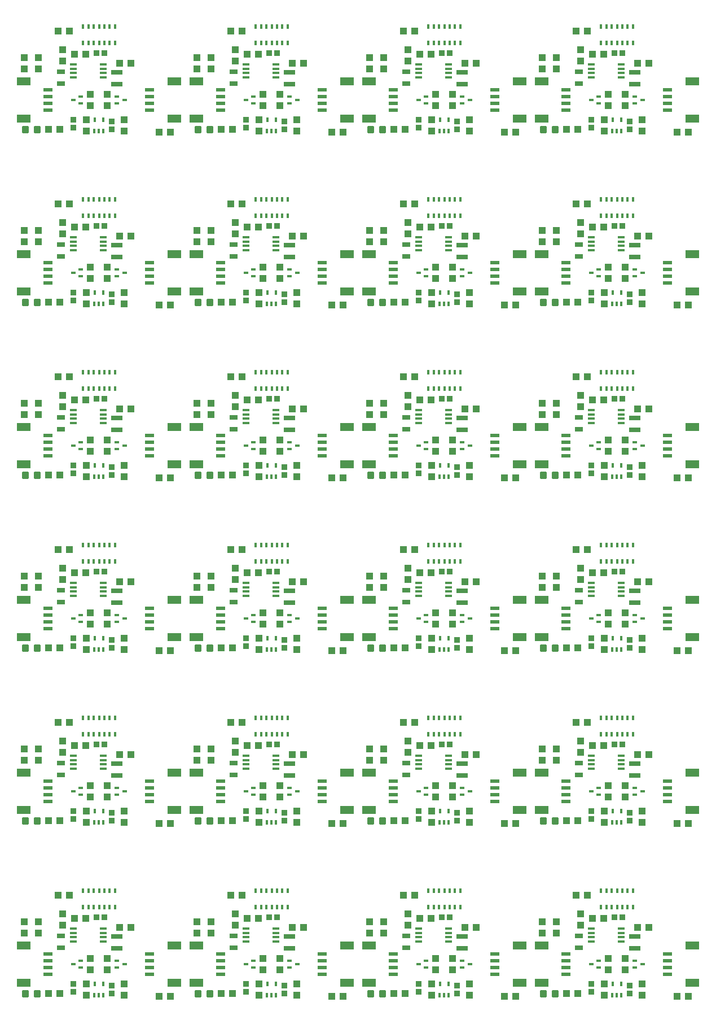
<source format=gtp>
G04 EAGLE Gerber RS-274X export*
G75*
%MOMM*%
%FSLAX34Y34*%
%LPD*%
%INSolderpaste Top*%
%IPPOS*%
%AMOC8*
5,1,8,0,0,1.08239X$1,22.5*%
G01*
%ADD10R,0.900000X0.850000*%
%ADD11R,1.000000X1.100000*%
%ADD12R,0.400000X0.750000*%
%ADD13R,0.330200X0.685800*%
%ADD14R,1.100000X1.000000*%
%ADD15R,2.000000X1.200000*%
%ADD16R,1.350000X0.600000*%
%ADD17C,0.300000*%
%ADD18R,0.650000X0.460000*%
%ADD19R,1.100000X0.400000*%
%ADD20R,1.200000X0.800000*%
%ADD21R,1.800000X0.800000*%
%ADD22R,0.350000X0.750000*%
%ADD23R,0.850000X0.900000*%


D10*
X88900Y96986D03*
X88900Y85386D03*
X146050Y83100D03*
X146050Y94700D03*
D11*
X107950Y97400D03*
X107950Y80400D03*
D12*
X120500Y97150D03*
X133500Y97150D03*
D13*
X120269Y80645D03*
X127000Y80645D03*
X133731Y80645D03*
D14*
X217560Y78740D03*
X234560Y78740D03*
D11*
X165100Y80400D03*
X165100Y97400D03*
D15*
X239950Y99000D03*
X239950Y155000D03*
D16*
X203200Y112000D03*
X203200Y122000D03*
X203200Y132000D03*
X203200Y142000D03*
D15*
X14050Y155000D03*
X14050Y99000D03*
D16*
X50800Y142000D03*
X50800Y132000D03*
X50800Y122000D03*
X50800Y112000D03*
D17*
X20130Y86050D02*
X20130Y79050D01*
X13130Y79050D01*
X13130Y86050D01*
X20130Y86050D01*
X20130Y81900D02*
X13130Y81900D01*
X13130Y84750D02*
X20130Y84750D01*
X37670Y86050D02*
X37670Y79050D01*
X30670Y79050D01*
X30670Y86050D01*
X37670Y86050D01*
X37670Y81900D02*
X30670Y81900D01*
X30670Y84750D02*
X37670Y84750D01*
D14*
X68190Y82550D03*
X51190Y82550D03*
D18*
X99900Y122000D03*
X99900Y132000D03*
X88400Y127000D03*
D11*
X114300Y135500D03*
X114300Y118500D03*
X14478Y173618D03*
X14478Y190618D03*
D18*
X154100Y132000D03*
X154100Y122000D03*
X165600Y127000D03*
D11*
X139700Y118500D03*
X139700Y135500D03*
X36322Y173364D03*
X36322Y190364D03*
D19*
X133498Y160684D03*
X133498Y167184D03*
X133498Y173684D03*
X133498Y180184D03*
X88498Y180184D03*
X88498Y173684D03*
X88498Y167184D03*
X88498Y160684D03*
D11*
X72136Y202302D03*
X72136Y185302D03*
D14*
X107560Y195326D03*
X90560Y195326D03*
X157616Y182118D03*
X174616Y182118D03*
D20*
X69596Y169274D03*
X69596Y151274D03*
D21*
X153924Y168258D03*
X153924Y150258D03*
D22*
X151088Y236715D03*
X143088Y236715D03*
X135088Y236715D03*
X127088Y236715D03*
X119088Y236715D03*
X111088Y236715D03*
X103088Y236715D03*
X103088Y212715D03*
X111088Y212715D03*
X119088Y212715D03*
X127088Y212715D03*
X135088Y212715D03*
X143088Y212715D03*
X151088Y212715D03*
D14*
X82922Y230378D03*
X65922Y230378D03*
D23*
X134832Y197104D03*
X123232Y197104D03*
D10*
X347980Y96986D03*
X347980Y85386D03*
X405130Y83100D03*
X405130Y94700D03*
D11*
X367030Y97400D03*
X367030Y80400D03*
D12*
X379580Y97150D03*
X392580Y97150D03*
D13*
X379349Y80645D03*
X386080Y80645D03*
X392811Y80645D03*
D14*
X476640Y78740D03*
X493640Y78740D03*
D11*
X424180Y80400D03*
X424180Y97400D03*
D15*
X499030Y99000D03*
X499030Y155000D03*
D16*
X462280Y112000D03*
X462280Y122000D03*
X462280Y132000D03*
X462280Y142000D03*
D15*
X273130Y155000D03*
X273130Y99000D03*
D16*
X309880Y142000D03*
X309880Y132000D03*
X309880Y122000D03*
X309880Y112000D03*
D17*
X279210Y86050D02*
X279210Y79050D01*
X272210Y79050D01*
X272210Y86050D01*
X279210Y86050D01*
X279210Y81900D02*
X272210Y81900D01*
X272210Y84750D02*
X279210Y84750D01*
X296750Y86050D02*
X296750Y79050D01*
X289750Y79050D01*
X289750Y86050D01*
X296750Y86050D01*
X296750Y81900D02*
X289750Y81900D01*
X289750Y84750D02*
X296750Y84750D01*
D14*
X327270Y82550D03*
X310270Y82550D03*
D18*
X358980Y122000D03*
X358980Y132000D03*
X347480Y127000D03*
D11*
X373380Y135500D03*
X373380Y118500D03*
X273558Y173618D03*
X273558Y190618D03*
D18*
X413180Y132000D03*
X413180Y122000D03*
X424680Y127000D03*
D11*
X398780Y118500D03*
X398780Y135500D03*
X295402Y173364D03*
X295402Y190364D03*
D19*
X392578Y160684D03*
X392578Y167184D03*
X392578Y173684D03*
X392578Y180184D03*
X347578Y180184D03*
X347578Y173684D03*
X347578Y167184D03*
X347578Y160684D03*
D11*
X331216Y202302D03*
X331216Y185302D03*
D14*
X366640Y195326D03*
X349640Y195326D03*
X416696Y182118D03*
X433696Y182118D03*
D20*
X328676Y169274D03*
X328676Y151274D03*
D21*
X413004Y168258D03*
X413004Y150258D03*
D22*
X410168Y236715D03*
X402168Y236715D03*
X394168Y236715D03*
X386168Y236715D03*
X378168Y236715D03*
X370168Y236715D03*
X362168Y236715D03*
X362168Y212715D03*
X370168Y212715D03*
X378168Y212715D03*
X386168Y212715D03*
X394168Y212715D03*
X402168Y212715D03*
X410168Y212715D03*
D14*
X342002Y230378D03*
X325002Y230378D03*
D23*
X393912Y197104D03*
X382312Y197104D03*
D10*
X607060Y96986D03*
X607060Y85386D03*
X664210Y83100D03*
X664210Y94700D03*
D11*
X626110Y97400D03*
X626110Y80400D03*
D12*
X638660Y97150D03*
X651660Y97150D03*
D13*
X638429Y80645D03*
X645160Y80645D03*
X651891Y80645D03*
D14*
X735720Y78740D03*
X752720Y78740D03*
D11*
X683260Y80400D03*
X683260Y97400D03*
D15*
X758110Y99000D03*
X758110Y155000D03*
D16*
X721360Y112000D03*
X721360Y122000D03*
X721360Y132000D03*
X721360Y142000D03*
D15*
X532210Y155000D03*
X532210Y99000D03*
D16*
X568960Y142000D03*
X568960Y132000D03*
X568960Y122000D03*
X568960Y112000D03*
D17*
X538290Y86050D02*
X538290Y79050D01*
X531290Y79050D01*
X531290Y86050D01*
X538290Y86050D01*
X538290Y81900D02*
X531290Y81900D01*
X531290Y84750D02*
X538290Y84750D01*
X555830Y86050D02*
X555830Y79050D01*
X548830Y79050D01*
X548830Y86050D01*
X555830Y86050D01*
X555830Y81900D02*
X548830Y81900D01*
X548830Y84750D02*
X555830Y84750D01*
D14*
X586350Y82550D03*
X569350Y82550D03*
D18*
X618060Y122000D03*
X618060Y132000D03*
X606560Y127000D03*
D11*
X632460Y135500D03*
X632460Y118500D03*
X532638Y173618D03*
X532638Y190618D03*
D18*
X672260Y132000D03*
X672260Y122000D03*
X683760Y127000D03*
D11*
X657860Y118500D03*
X657860Y135500D03*
X554482Y173364D03*
X554482Y190364D03*
D19*
X651658Y160684D03*
X651658Y167184D03*
X651658Y173684D03*
X651658Y180184D03*
X606658Y180184D03*
X606658Y173684D03*
X606658Y167184D03*
X606658Y160684D03*
D11*
X590296Y202302D03*
X590296Y185302D03*
D14*
X625720Y195326D03*
X608720Y195326D03*
X675776Y182118D03*
X692776Y182118D03*
D20*
X587756Y169274D03*
X587756Y151274D03*
D21*
X672084Y168258D03*
X672084Y150258D03*
D22*
X669248Y236715D03*
X661248Y236715D03*
X653248Y236715D03*
X645248Y236715D03*
X637248Y236715D03*
X629248Y236715D03*
X621248Y236715D03*
X621248Y212715D03*
X629248Y212715D03*
X637248Y212715D03*
X645248Y212715D03*
X653248Y212715D03*
X661248Y212715D03*
X669248Y212715D03*
D14*
X601082Y230378D03*
X584082Y230378D03*
D23*
X652992Y197104D03*
X641392Y197104D03*
D10*
X866140Y96986D03*
X866140Y85386D03*
X923290Y83100D03*
X923290Y94700D03*
D11*
X885190Y97400D03*
X885190Y80400D03*
D12*
X897740Y97150D03*
X910740Y97150D03*
D13*
X897509Y80645D03*
X904240Y80645D03*
X910971Y80645D03*
D14*
X994800Y78740D03*
X1011800Y78740D03*
D11*
X942340Y80400D03*
X942340Y97400D03*
D15*
X1017190Y99000D03*
X1017190Y155000D03*
D16*
X980440Y112000D03*
X980440Y122000D03*
X980440Y132000D03*
X980440Y142000D03*
D15*
X791290Y155000D03*
X791290Y99000D03*
D16*
X828040Y142000D03*
X828040Y132000D03*
X828040Y122000D03*
X828040Y112000D03*
D17*
X797370Y86050D02*
X797370Y79050D01*
X790370Y79050D01*
X790370Y86050D01*
X797370Y86050D01*
X797370Y81900D02*
X790370Y81900D01*
X790370Y84750D02*
X797370Y84750D01*
X814910Y86050D02*
X814910Y79050D01*
X807910Y79050D01*
X807910Y86050D01*
X814910Y86050D01*
X814910Y81900D02*
X807910Y81900D01*
X807910Y84750D02*
X814910Y84750D01*
D14*
X845430Y82550D03*
X828430Y82550D03*
D18*
X877140Y122000D03*
X877140Y132000D03*
X865640Y127000D03*
D11*
X891540Y135500D03*
X891540Y118500D03*
X791718Y173618D03*
X791718Y190618D03*
D18*
X931340Y132000D03*
X931340Y122000D03*
X942840Y127000D03*
D11*
X916940Y118500D03*
X916940Y135500D03*
X813562Y173364D03*
X813562Y190364D03*
D19*
X910738Y160684D03*
X910738Y167184D03*
X910738Y173684D03*
X910738Y180184D03*
X865738Y180184D03*
X865738Y173684D03*
X865738Y167184D03*
X865738Y160684D03*
D11*
X849376Y202302D03*
X849376Y185302D03*
D14*
X884800Y195326D03*
X867800Y195326D03*
X934856Y182118D03*
X951856Y182118D03*
D20*
X846836Y169274D03*
X846836Y151274D03*
D21*
X931164Y168258D03*
X931164Y150258D03*
D22*
X928328Y236715D03*
X920328Y236715D03*
X912328Y236715D03*
X904328Y236715D03*
X896328Y236715D03*
X888328Y236715D03*
X880328Y236715D03*
X880328Y212715D03*
X888328Y212715D03*
X896328Y212715D03*
X904328Y212715D03*
X912328Y212715D03*
X920328Y212715D03*
X928328Y212715D03*
D14*
X860162Y230378D03*
X843162Y230378D03*
D23*
X912072Y197104D03*
X900472Y197104D03*
D10*
X88900Y356066D03*
X88900Y344466D03*
X146050Y342180D03*
X146050Y353780D03*
D11*
X107950Y356480D03*
X107950Y339480D03*
D12*
X120500Y356230D03*
X133500Y356230D03*
D13*
X120269Y339725D03*
X127000Y339725D03*
X133731Y339725D03*
D14*
X217560Y337820D03*
X234560Y337820D03*
D11*
X165100Y339480D03*
X165100Y356480D03*
D15*
X239950Y358080D03*
X239950Y414080D03*
D16*
X203200Y371080D03*
X203200Y381080D03*
X203200Y391080D03*
X203200Y401080D03*
D15*
X14050Y414080D03*
X14050Y358080D03*
D16*
X50800Y401080D03*
X50800Y391080D03*
X50800Y381080D03*
X50800Y371080D03*
D17*
X20130Y345130D02*
X20130Y338130D01*
X13130Y338130D01*
X13130Y345130D01*
X20130Y345130D01*
X20130Y340980D02*
X13130Y340980D01*
X13130Y343830D02*
X20130Y343830D01*
X37670Y345130D02*
X37670Y338130D01*
X30670Y338130D01*
X30670Y345130D01*
X37670Y345130D01*
X37670Y340980D02*
X30670Y340980D01*
X30670Y343830D02*
X37670Y343830D01*
D14*
X68190Y341630D03*
X51190Y341630D03*
D18*
X99900Y381080D03*
X99900Y391080D03*
X88400Y386080D03*
D11*
X114300Y394580D03*
X114300Y377580D03*
X14478Y432698D03*
X14478Y449698D03*
D18*
X154100Y391080D03*
X154100Y381080D03*
X165600Y386080D03*
D11*
X139700Y377580D03*
X139700Y394580D03*
X36322Y432444D03*
X36322Y449444D03*
D19*
X133498Y419764D03*
X133498Y426264D03*
X133498Y432764D03*
X133498Y439264D03*
X88498Y439264D03*
X88498Y432764D03*
X88498Y426264D03*
X88498Y419764D03*
D11*
X72136Y461382D03*
X72136Y444382D03*
D14*
X107560Y454406D03*
X90560Y454406D03*
X157616Y441198D03*
X174616Y441198D03*
D20*
X69596Y428354D03*
X69596Y410354D03*
D21*
X153924Y427338D03*
X153924Y409338D03*
D22*
X151088Y495795D03*
X143088Y495795D03*
X135088Y495795D03*
X127088Y495795D03*
X119088Y495795D03*
X111088Y495795D03*
X103088Y495795D03*
X103088Y471795D03*
X111088Y471795D03*
X119088Y471795D03*
X127088Y471795D03*
X135088Y471795D03*
X143088Y471795D03*
X151088Y471795D03*
D14*
X82922Y489458D03*
X65922Y489458D03*
D23*
X134832Y456184D03*
X123232Y456184D03*
D10*
X347980Y356066D03*
X347980Y344466D03*
X405130Y342180D03*
X405130Y353780D03*
D11*
X367030Y356480D03*
X367030Y339480D03*
D12*
X379580Y356230D03*
X392580Y356230D03*
D13*
X379349Y339725D03*
X386080Y339725D03*
X392811Y339725D03*
D14*
X476640Y337820D03*
X493640Y337820D03*
D11*
X424180Y339480D03*
X424180Y356480D03*
D15*
X499030Y358080D03*
X499030Y414080D03*
D16*
X462280Y371080D03*
X462280Y381080D03*
X462280Y391080D03*
X462280Y401080D03*
D15*
X273130Y414080D03*
X273130Y358080D03*
D16*
X309880Y401080D03*
X309880Y391080D03*
X309880Y381080D03*
X309880Y371080D03*
D17*
X279210Y345130D02*
X279210Y338130D01*
X272210Y338130D01*
X272210Y345130D01*
X279210Y345130D01*
X279210Y340980D02*
X272210Y340980D01*
X272210Y343830D02*
X279210Y343830D01*
X296750Y345130D02*
X296750Y338130D01*
X289750Y338130D01*
X289750Y345130D01*
X296750Y345130D01*
X296750Y340980D02*
X289750Y340980D01*
X289750Y343830D02*
X296750Y343830D01*
D14*
X327270Y341630D03*
X310270Y341630D03*
D18*
X358980Y381080D03*
X358980Y391080D03*
X347480Y386080D03*
D11*
X373380Y394580D03*
X373380Y377580D03*
X273558Y432698D03*
X273558Y449698D03*
D18*
X413180Y391080D03*
X413180Y381080D03*
X424680Y386080D03*
D11*
X398780Y377580D03*
X398780Y394580D03*
X295402Y432444D03*
X295402Y449444D03*
D19*
X392578Y419764D03*
X392578Y426264D03*
X392578Y432764D03*
X392578Y439264D03*
X347578Y439264D03*
X347578Y432764D03*
X347578Y426264D03*
X347578Y419764D03*
D11*
X331216Y461382D03*
X331216Y444382D03*
D14*
X366640Y454406D03*
X349640Y454406D03*
X416696Y441198D03*
X433696Y441198D03*
D20*
X328676Y428354D03*
X328676Y410354D03*
D21*
X413004Y427338D03*
X413004Y409338D03*
D22*
X410168Y495795D03*
X402168Y495795D03*
X394168Y495795D03*
X386168Y495795D03*
X378168Y495795D03*
X370168Y495795D03*
X362168Y495795D03*
X362168Y471795D03*
X370168Y471795D03*
X378168Y471795D03*
X386168Y471795D03*
X394168Y471795D03*
X402168Y471795D03*
X410168Y471795D03*
D14*
X342002Y489458D03*
X325002Y489458D03*
D23*
X393912Y456184D03*
X382312Y456184D03*
D10*
X607060Y356066D03*
X607060Y344466D03*
X664210Y342180D03*
X664210Y353780D03*
D11*
X626110Y356480D03*
X626110Y339480D03*
D12*
X638660Y356230D03*
X651660Y356230D03*
D13*
X638429Y339725D03*
X645160Y339725D03*
X651891Y339725D03*
D14*
X735720Y337820D03*
X752720Y337820D03*
D11*
X683260Y339480D03*
X683260Y356480D03*
D15*
X758110Y358080D03*
X758110Y414080D03*
D16*
X721360Y371080D03*
X721360Y381080D03*
X721360Y391080D03*
X721360Y401080D03*
D15*
X532210Y414080D03*
X532210Y358080D03*
D16*
X568960Y401080D03*
X568960Y391080D03*
X568960Y381080D03*
X568960Y371080D03*
D17*
X538290Y345130D02*
X538290Y338130D01*
X531290Y338130D01*
X531290Y345130D01*
X538290Y345130D01*
X538290Y340980D02*
X531290Y340980D01*
X531290Y343830D02*
X538290Y343830D01*
X555830Y345130D02*
X555830Y338130D01*
X548830Y338130D01*
X548830Y345130D01*
X555830Y345130D01*
X555830Y340980D02*
X548830Y340980D01*
X548830Y343830D02*
X555830Y343830D01*
D14*
X586350Y341630D03*
X569350Y341630D03*
D18*
X618060Y381080D03*
X618060Y391080D03*
X606560Y386080D03*
D11*
X632460Y394580D03*
X632460Y377580D03*
X532638Y432698D03*
X532638Y449698D03*
D18*
X672260Y391080D03*
X672260Y381080D03*
X683760Y386080D03*
D11*
X657860Y377580D03*
X657860Y394580D03*
X554482Y432444D03*
X554482Y449444D03*
D19*
X651658Y419764D03*
X651658Y426264D03*
X651658Y432764D03*
X651658Y439264D03*
X606658Y439264D03*
X606658Y432764D03*
X606658Y426264D03*
X606658Y419764D03*
D11*
X590296Y461382D03*
X590296Y444382D03*
D14*
X625720Y454406D03*
X608720Y454406D03*
X675776Y441198D03*
X692776Y441198D03*
D20*
X587756Y428354D03*
X587756Y410354D03*
D21*
X672084Y427338D03*
X672084Y409338D03*
D22*
X669248Y495795D03*
X661248Y495795D03*
X653248Y495795D03*
X645248Y495795D03*
X637248Y495795D03*
X629248Y495795D03*
X621248Y495795D03*
X621248Y471795D03*
X629248Y471795D03*
X637248Y471795D03*
X645248Y471795D03*
X653248Y471795D03*
X661248Y471795D03*
X669248Y471795D03*
D14*
X601082Y489458D03*
X584082Y489458D03*
D23*
X652992Y456184D03*
X641392Y456184D03*
D10*
X866140Y356066D03*
X866140Y344466D03*
X923290Y342180D03*
X923290Y353780D03*
D11*
X885190Y356480D03*
X885190Y339480D03*
D12*
X897740Y356230D03*
X910740Y356230D03*
D13*
X897509Y339725D03*
X904240Y339725D03*
X910971Y339725D03*
D14*
X994800Y337820D03*
X1011800Y337820D03*
D11*
X942340Y339480D03*
X942340Y356480D03*
D15*
X1017190Y358080D03*
X1017190Y414080D03*
D16*
X980440Y371080D03*
X980440Y381080D03*
X980440Y391080D03*
X980440Y401080D03*
D15*
X791290Y414080D03*
X791290Y358080D03*
D16*
X828040Y401080D03*
X828040Y391080D03*
X828040Y381080D03*
X828040Y371080D03*
D17*
X797370Y345130D02*
X797370Y338130D01*
X790370Y338130D01*
X790370Y345130D01*
X797370Y345130D01*
X797370Y340980D02*
X790370Y340980D01*
X790370Y343830D02*
X797370Y343830D01*
X814910Y345130D02*
X814910Y338130D01*
X807910Y338130D01*
X807910Y345130D01*
X814910Y345130D01*
X814910Y340980D02*
X807910Y340980D01*
X807910Y343830D02*
X814910Y343830D01*
D14*
X845430Y341630D03*
X828430Y341630D03*
D18*
X877140Y381080D03*
X877140Y391080D03*
X865640Y386080D03*
D11*
X891540Y394580D03*
X891540Y377580D03*
X791718Y432698D03*
X791718Y449698D03*
D18*
X931340Y391080D03*
X931340Y381080D03*
X942840Y386080D03*
D11*
X916940Y377580D03*
X916940Y394580D03*
X813562Y432444D03*
X813562Y449444D03*
D19*
X910738Y419764D03*
X910738Y426264D03*
X910738Y432764D03*
X910738Y439264D03*
X865738Y439264D03*
X865738Y432764D03*
X865738Y426264D03*
X865738Y419764D03*
D11*
X849376Y461382D03*
X849376Y444382D03*
D14*
X884800Y454406D03*
X867800Y454406D03*
X934856Y441198D03*
X951856Y441198D03*
D20*
X846836Y428354D03*
X846836Y410354D03*
D21*
X931164Y427338D03*
X931164Y409338D03*
D22*
X928328Y495795D03*
X920328Y495795D03*
X912328Y495795D03*
X904328Y495795D03*
X896328Y495795D03*
X888328Y495795D03*
X880328Y495795D03*
X880328Y471795D03*
X888328Y471795D03*
X896328Y471795D03*
X904328Y471795D03*
X912328Y471795D03*
X920328Y471795D03*
X928328Y471795D03*
D14*
X860162Y489458D03*
X843162Y489458D03*
D23*
X912072Y456184D03*
X900472Y456184D03*
D10*
X88900Y615146D03*
X88900Y603546D03*
X146050Y601260D03*
X146050Y612860D03*
D11*
X107950Y615560D03*
X107950Y598560D03*
D12*
X120500Y615310D03*
X133500Y615310D03*
D13*
X120269Y598805D03*
X127000Y598805D03*
X133731Y598805D03*
D14*
X217560Y596900D03*
X234560Y596900D03*
D11*
X165100Y598560D03*
X165100Y615560D03*
D15*
X239950Y617160D03*
X239950Y673160D03*
D16*
X203200Y630160D03*
X203200Y640160D03*
X203200Y650160D03*
X203200Y660160D03*
D15*
X14050Y673160D03*
X14050Y617160D03*
D16*
X50800Y660160D03*
X50800Y650160D03*
X50800Y640160D03*
X50800Y630160D03*
D17*
X20130Y604210D02*
X20130Y597210D01*
X13130Y597210D01*
X13130Y604210D01*
X20130Y604210D01*
X20130Y600060D02*
X13130Y600060D01*
X13130Y602910D02*
X20130Y602910D01*
X37670Y604210D02*
X37670Y597210D01*
X30670Y597210D01*
X30670Y604210D01*
X37670Y604210D01*
X37670Y600060D02*
X30670Y600060D01*
X30670Y602910D02*
X37670Y602910D01*
D14*
X68190Y600710D03*
X51190Y600710D03*
D18*
X99900Y640160D03*
X99900Y650160D03*
X88400Y645160D03*
D11*
X114300Y653660D03*
X114300Y636660D03*
X14478Y691778D03*
X14478Y708778D03*
D18*
X154100Y650160D03*
X154100Y640160D03*
X165600Y645160D03*
D11*
X139700Y636660D03*
X139700Y653660D03*
X36322Y691524D03*
X36322Y708524D03*
D19*
X133498Y678844D03*
X133498Y685344D03*
X133498Y691844D03*
X133498Y698344D03*
X88498Y698344D03*
X88498Y691844D03*
X88498Y685344D03*
X88498Y678844D03*
D11*
X72136Y720462D03*
X72136Y703462D03*
D14*
X107560Y713486D03*
X90560Y713486D03*
X157616Y700278D03*
X174616Y700278D03*
D20*
X69596Y687434D03*
X69596Y669434D03*
D21*
X153924Y686418D03*
X153924Y668418D03*
D22*
X151088Y754875D03*
X143088Y754875D03*
X135088Y754875D03*
X127088Y754875D03*
X119088Y754875D03*
X111088Y754875D03*
X103088Y754875D03*
X103088Y730875D03*
X111088Y730875D03*
X119088Y730875D03*
X127088Y730875D03*
X135088Y730875D03*
X143088Y730875D03*
X151088Y730875D03*
D14*
X82922Y748538D03*
X65922Y748538D03*
D23*
X134832Y715264D03*
X123232Y715264D03*
D10*
X347980Y615146D03*
X347980Y603546D03*
X405130Y601260D03*
X405130Y612860D03*
D11*
X367030Y615560D03*
X367030Y598560D03*
D12*
X379580Y615310D03*
X392580Y615310D03*
D13*
X379349Y598805D03*
X386080Y598805D03*
X392811Y598805D03*
D14*
X476640Y596900D03*
X493640Y596900D03*
D11*
X424180Y598560D03*
X424180Y615560D03*
D15*
X499030Y617160D03*
X499030Y673160D03*
D16*
X462280Y630160D03*
X462280Y640160D03*
X462280Y650160D03*
X462280Y660160D03*
D15*
X273130Y673160D03*
X273130Y617160D03*
D16*
X309880Y660160D03*
X309880Y650160D03*
X309880Y640160D03*
X309880Y630160D03*
D17*
X279210Y604210D02*
X279210Y597210D01*
X272210Y597210D01*
X272210Y604210D01*
X279210Y604210D01*
X279210Y600060D02*
X272210Y600060D01*
X272210Y602910D02*
X279210Y602910D01*
X296750Y604210D02*
X296750Y597210D01*
X289750Y597210D01*
X289750Y604210D01*
X296750Y604210D01*
X296750Y600060D02*
X289750Y600060D01*
X289750Y602910D02*
X296750Y602910D01*
D14*
X327270Y600710D03*
X310270Y600710D03*
D18*
X358980Y640160D03*
X358980Y650160D03*
X347480Y645160D03*
D11*
X373380Y653660D03*
X373380Y636660D03*
X273558Y691778D03*
X273558Y708778D03*
D18*
X413180Y650160D03*
X413180Y640160D03*
X424680Y645160D03*
D11*
X398780Y636660D03*
X398780Y653660D03*
X295402Y691524D03*
X295402Y708524D03*
D19*
X392578Y678844D03*
X392578Y685344D03*
X392578Y691844D03*
X392578Y698344D03*
X347578Y698344D03*
X347578Y691844D03*
X347578Y685344D03*
X347578Y678844D03*
D11*
X331216Y720462D03*
X331216Y703462D03*
D14*
X366640Y713486D03*
X349640Y713486D03*
X416696Y700278D03*
X433696Y700278D03*
D20*
X328676Y687434D03*
X328676Y669434D03*
D21*
X413004Y686418D03*
X413004Y668418D03*
D22*
X410168Y754875D03*
X402168Y754875D03*
X394168Y754875D03*
X386168Y754875D03*
X378168Y754875D03*
X370168Y754875D03*
X362168Y754875D03*
X362168Y730875D03*
X370168Y730875D03*
X378168Y730875D03*
X386168Y730875D03*
X394168Y730875D03*
X402168Y730875D03*
X410168Y730875D03*
D14*
X342002Y748538D03*
X325002Y748538D03*
D23*
X393912Y715264D03*
X382312Y715264D03*
D10*
X607060Y615146D03*
X607060Y603546D03*
X664210Y601260D03*
X664210Y612860D03*
D11*
X626110Y615560D03*
X626110Y598560D03*
D12*
X638660Y615310D03*
X651660Y615310D03*
D13*
X638429Y598805D03*
X645160Y598805D03*
X651891Y598805D03*
D14*
X735720Y596900D03*
X752720Y596900D03*
D11*
X683260Y598560D03*
X683260Y615560D03*
D15*
X758110Y617160D03*
X758110Y673160D03*
D16*
X721360Y630160D03*
X721360Y640160D03*
X721360Y650160D03*
X721360Y660160D03*
D15*
X532210Y673160D03*
X532210Y617160D03*
D16*
X568960Y660160D03*
X568960Y650160D03*
X568960Y640160D03*
X568960Y630160D03*
D17*
X538290Y604210D02*
X538290Y597210D01*
X531290Y597210D01*
X531290Y604210D01*
X538290Y604210D01*
X538290Y600060D02*
X531290Y600060D01*
X531290Y602910D02*
X538290Y602910D01*
X555830Y604210D02*
X555830Y597210D01*
X548830Y597210D01*
X548830Y604210D01*
X555830Y604210D01*
X555830Y600060D02*
X548830Y600060D01*
X548830Y602910D02*
X555830Y602910D01*
D14*
X586350Y600710D03*
X569350Y600710D03*
D18*
X618060Y640160D03*
X618060Y650160D03*
X606560Y645160D03*
D11*
X632460Y653660D03*
X632460Y636660D03*
X532638Y691778D03*
X532638Y708778D03*
D18*
X672260Y650160D03*
X672260Y640160D03*
X683760Y645160D03*
D11*
X657860Y636660D03*
X657860Y653660D03*
X554482Y691524D03*
X554482Y708524D03*
D19*
X651658Y678844D03*
X651658Y685344D03*
X651658Y691844D03*
X651658Y698344D03*
X606658Y698344D03*
X606658Y691844D03*
X606658Y685344D03*
X606658Y678844D03*
D11*
X590296Y720462D03*
X590296Y703462D03*
D14*
X625720Y713486D03*
X608720Y713486D03*
X675776Y700278D03*
X692776Y700278D03*
D20*
X587756Y687434D03*
X587756Y669434D03*
D21*
X672084Y686418D03*
X672084Y668418D03*
D22*
X669248Y754875D03*
X661248Y754875D03*
X653248Y754875D03*
X645248Y754875D03*
X637248Y754875D03*
X629248Y754875D03*
X621248Y754875D03*
X621248Y730875D03*
X629248Y730875D03*
X637248Y730875D03*
X645248Y730875D03*
X653248Y730875D03*
X661248Y730875D03*
X669248Y730875D03*
D14*
X601082Y748538D03*
X584082Y748538D03*
D23*
X652992Y715264D03*
X641392Y715264D03*
D10*
X866140Y615146D03*
X866140Y603546D03*
X923290Y601260D03*
X923290Y612860D03*
D11*
X885190Y615560D03*
X885190Y598560D03*
D12*
X897740Y615310D03*
X910740Y615310D03*
D13*
X897509Y598805D03*
X904240Y598805D03*
X910971Y598805D03*
D14*
X994800Y596900D03*
X1011800Y596900D03*
D11*
X942340Y598560D03*
X942340Y615560D03*
D15*
X1017190Y617160D03*
X1017190Y673160D03*
D16*
X980440Y630160D03*
X980440Y640160D03*
X980440Y650160D03*
X980440Y660160D03*
D15*
X791290Y673160D03*
X791290Y617160D03*
D16*
X828040Y660160D03*
X828040Y650160D03*
X828040Y640160D03*
X828040Y630160D03*
D17*
X797370Y604210D02*
X797370Y597210D01*
X790370Y597210D01*
X790370Y604210D01*
X797370Y604210D01*
X797370Y600060D02*
X790370Y600060D01*
X790370Y602910D02*
X797370Y602910D01*
X814910Y604210D02*
X814910Y597210D01*
X807910Y597210D01*
X807910Y604210D01*
X814910Y604210D01*
X814910Y600060D02*
X807910Y600060D01*
X807910Y602910D02*
X814910Y602910D01*
D14*
X845430Y600710D03*
X828430Y600710D03*
D18*
X877140Y640160D03*
X877140Y650160D03*
X865640Y645160D03*
D11*
X891540Y653660D03*
X891540Y636660D03*
X791718Y691778D03*
X791718Y708778D03*
D18*
X931340Y650160D03*
X931340Y640160D03*
X942840Y645160D03*
D11*
X916940Y636660D03*
X916940Y653660D03*
X813562Y691524D03*
X813562Y708524D03*
D19*
X910738Y678844D03*
X910738Y685344D03*
X910738Y691844D03*
X910738Y698344D03*
X865738Y698344D03*
X865738Y691844D03*
X865738Y685344D03*
X865738Y678844D03*
D11*
X849376Y720462D03*
X849376Y703462D03*
D14*
X884800Y713486D03*
X867800Y713486D03*
X934856Y700278D03*
X951856Y700278D03*
D20*
X846836Y687434D03*
X846836Y669434D03*
D21*
X931164Y686418D03*
X931164Y668418D03*
D22*
X928328Y754875D03*
X920328Y754875D03*
X912328Y754875D03*
X904328Y754875D03*
X896328Y754875D03*
X888328Y754875D03*
X880328Y754875D03*
X880328Y730875D03*
X888328Y730875D03*
X896328Y730875D03*
X904328Y730875D03*
X912328Y730875D03*
X920328Y730875D03*
X928328Y730875D03*
D14*
X860162Y748538D03*
X843162Y748538D03*
D23*
X912072Y715264D03*
X900472Y715264D03*
D10*
X88900Y874226D03*
X88900Y862626D03*
X146050Y860340D03*
X146050Y871940D03*
D11*
X107950Y874640D03*
X107950Y857640D03*
D12*
X120500Y874390D03*
X133500Y874390D03*
D13*
X120269Y857885D03*
X127000Y857885D03*
X133731Y857885D03*
D14*
X217560Y855980D03*
X234560Y855980D03*
D11*
X165100Y857640D03*
X165100Y874640D03*
D15*
X239950Y876240D03*
X239950Y932240D03*
D16*
X203200Y889240D03*
X203200Y899240D03*
X203200Y909240D03*
X203200Y919240D03*
D15*
X14050Y932240D03*
X14050Y876240D03*
D16*
X50800Y919240D03*
X50800Y909240D03*
X50800Y899240D03*
X50800Y889240D03*
D17*
X20130Y863290D02*
X20130Y856290D01*
X13130Y856290D01*
X13130Y863290D01*
X20130Y863290D01*
X20130Y859140D02*
X13130Y859140D01*
X13130Y861990D02*
X20130Y861990D01*
X37670Y863290D02*
X37670Y856290D01*
X30670Y856290D01*
X30670Y863290D01*
X37670Y863290D01*
X37670Y859140D02*
X30670Y859140D01*
X30670Y861990D02*
X37670Y861990D01*
D14*
X68190Y859790D03*
X51190Y859790D03*
D18*
X99900Y899240D03*
X99900Y909240D03*
X88400Y904240D03*
D11*
X114300Y912740D03*
X114300Y895740D03*
X14478Y950858D03*
X14478Y967858D03*
D18*
X154100Y909240D03*
X154100Y899240D03*
X165600Y904240D03*
D11*
X139700Y895740D03*
X139700Y912740D03*
X36322Y950604D03*
X36322Y967604D03*
D19*
X133498Y937924D03*
X133498Y944424D03*
X133498Y950924D03*
X133498Y957424D03*
X88498Y957424D03*
X88498Y950924D03*
X88498Y944424D03*
X88498Y937924D03*
D11*
X72136Y979542D03*
X72136Y962542D03*
D14*
X107560Y972566D03*
X90560Y972566D03*
X157616Y959358D03*
X174616Y959358D03*
D20*
X69596Y946514D03*
X69596Y928514D03*
D21*
X153924Y945498D03*
X153924Y927498D03*
D22*
X151088Y1013955D03*
X143088Y1013955D03*
X135088Y1013955D03*
X127088Y1013955D03*
X119088Y1013955D03*
X111088Y1013955D03*
X103088Y1013955D03*
X103088Y989955D03*
X111088Y989955D03*
X119088Y989955D03*
X127088Y989955D03*
X135088Y989955D03*
X143088Y989955D03*
X151088Y989955D03*
D14*
X82922Y1007618D03*
X65922Y1007618D03*
D23*
X134832Y974344D03*
X123232Y974344D03*
D10*
X347980Y874226D03*
X347980Y862626D03*
X405130Y860340D03*
X405130Y871940D03*
D11*
X367030Y874640D03*
X367030Y857640D03*
D12*
X379580Y874390D03*
X392580Y874390D03*
D13*
X379349Y857885D03*
X386080Y857885D03*
X392811Y857885D03*
D14*
X476640Y855980D03*
X493640Y855980D03*
D11*
X424180Y857640D03*
X424180Y874640D03*
D15*
X499030Y876240D03*
X499030Y932240D03*
D16*
X462280Y889240D03*
X462280Y899240D03*
X462280Y909240D03*
X462280Y919240D03*
D15*
X273130Y932240D03*
X273130Y876240D03*
D16*
X309880Y919240D03*
X309880Y909240D03*
X309880Y899240D03*
X309880Y889240D03*
D17*
X279210Y863290D02*
X279210Y856290D01*
X272210Y856290D01*
X272210Y863290D01*
X279210Y863290D01*
X279210Y859140D02*
X272210Y859140D01*
X272210Y861990D02*
X279210Y861990D01*
X296750Y863290D02*
X296750Y856290D01*
X289750Y856290D01*
X289750Y863290D01*
X296750Y863290D01*
X296750Y859140D02*
X289750Y859140D01*
X289750Y861990D02*
X296750Y861990D01*
D14*
X327270Y859790D03*
X310270Y859790D03*
D18*
X358980Y899240D03*
X358980Y909240D03*
X347480Y904240D03*
D11*
X373380Y912740D03*
X373380Y895740D03*
X273558Y950858D03*
X273558Y967858D03*
D18*
X413180Y909240D03*
X413180Y899240D03*
X424680Y904240D03*
D11*
X398780Y895740D03*
X398780Y912740D03*
X295402Y950604D03*
X295402Y967604D03*
D19*
X392578Y937924D03*
X392578Y944424D03*
X392578Y950924D03*
X392578Y957424D03*
X347578Y957424D03*
X347578Y950924D03*
X347578Y944424D03*
X347578Y937924D03*
D11*
X331216Y979542D03*
X331216Y962542D03*
D14*
X366640Y972566D03*
X349640Y972566D03*
X416696Y959358D03*
X433696Y959358D03*
D20*
X328676Y946514D03*
X328676Y928514D03*
D21*
X413004Y945498D03*
X413004Y927498D03*
D22*
X410168Y1013955D03*
X402168Y1013955D03*
X394168Y1013955D03*
X386168Y1013955D03*
X378168Y1013955D03*
X370168Y1013955D03*
X362168Y1013955D03*
X362168Y989955D03*
X370168Y989955D03*
X378168Y989955D03*
X386168Y989955D03*
X394168Y989955D03*
X402168Y989955D03*
X410168Y989955D03*
D14*
X342002Y1007618D03*
X325002Y1007618D03*
D23*
X393912Y974344D03*
X382312Y974344D03*
D10*
X607060Y874226D03*
X607060Y862626D03*
X664210Y860340D03*
X664210Y871940D03*
D11*
X626110Y874640D03*
X626110Y857640D03*
D12*
X638660Y874390D03*
X651660Y874390D03*
D13*
X638429Y857885D03*
X645160Y857885D03*
X651891Y857885D03*
D14*
X735720Y855980D03*
X752720Y855980D03*
D11*
X683260Y857640D03*
X683260Y874640D03*
D15*
X758110Y876240D03*
X758110Y932240D03*
D16*
X721360Y889240D03*
X721360Y899240D03*
X721360Y909240D03*
X721360Y919240D03*
D15*
X532210Y932240D03*
X532210Y876240D03*
D16*
X568960Y919240D03*
X568960Y909240D03*
X568960Y899240D03*
X568960Y889240D03*
D17*
X538290Y863290D02*
X538290Y856290D01*
X531290Y856290D01*
X531290Y863290D01*
X538290Y863290D01*
X538290Y859140D02*
X531290Y859140D01*
X531290Y861990D02*
X538290Y861990D01*
X555830Y863290D02*
X555830Y856290D01*
X548830Y856290D01*
X548830Y863290D01*
X555830Y863290D01*
X555830Y859140D02*
X548830Y859140D01*
X548830Y861990D02*
X555830Y861990D01*
D14*
X586350Y859790D03*
X569350Y859790D03*
D18*
X618060Y899240D03*
X618060Y909240D03*
X606560Y904240D03*
D11*
X632460Y912740D03*
X632460Y895740D03*
X532638Y950858D03*
X532638Y967858D03*
D18*
X672260Y909240D03*
X672260Y899240D03*
X683760Y904240D03*
D11*
X657860Y895740D03*
X657860Y912740D03*
X554482Y950604D03*
X554482Y967604D03*
D19*
X651658Y937924D03*
X651658Y944424D03*
X651658Y950924D03*
X651658Y957424D03*
X606658Y957424D03*
X606658Y950924D03*
X606658Y944424D03*
X606658Y937924D03*
D11*
X590296Y979542D03*
X590296Y962542D03*
D14*
X625720Y972566D03*
X608720Y972566D03*
X675776Y959358D03*
X692776Y959358D03*
D20*
X587756Y946514D03*
X587756Y928514D03*
D21*
X672084Y945498D03*
X672084Y927498D03*
D22*
X669248Y1013955D03*
X661248Y1013955D03*
X653248Y1013955D03*
X645248Y1013955D03*
X637248Y1013955D03*
X629248Y1013955D03*
X621248Y1013955D03*
X621248Y989955D03*
X629248Y989955D03*
X637248Y989955D03*
X645248Y989955D03*
X653248Y989955D03*
X661248Y989955D03*
X669248Y989955D03*
D14*
X601082Y1007618D03*
X584082Y1007618D03*
D23*
X652992Y974344D03*
X641392Y974344D03*
D10*
X866140Y874226D03*
X866140Y862626D03*
X923290Y860340D03*
X923290Y871940D03*
D11*
X885190Y874640D03*
X885190Y857640D03*
D12*
X897740Y874390D03*
X910740Y874390D03*
D13*
X897509Y857885D03*
X904240Y857885D03*
X910971Y857885D03*
D14*
X994800Y855980D03*
X1011800Y855980D03*
D11*
X942340Y857640D03*
X942340Y874640D03*
D15*
X1017190Y876240D03*
X1017190Y932240D03*
D16*
X980440Y889240D03*
X980440Y899240D03*
X980440Y909240D03*
X980440Y919240D03*
D15*
X791290Y932240D03*
X791290Y876240D03*
D16*
X828040Y919240D03*
X828040Y909240D03*
X828040Y899240D03*
X828040Y889240D03*
D17*
X797370Y863290D02*
X797370Y856290D01*
X790370Y856290D01*
X790370Y863290D01*
X797370Y863290D01*
X797370Y859140D02*
X790370Y859140D01*
X790370Y861990D02*
X797370Y861990D01*
X814910Y863290D02*
X814910Y856290D01*
X807910Y856290D01*
X807910Y863290D01*
X814910Y863290D01*
X814910Y859140D02*
X807910Y859140D01*
X807910Y861990D02*
X814910Y861990D01*
D14*
X845430Y859790D03*
X828430Y859790D03*
D18*
X877140Y899240D03*
X877140Y909240D03*
X865640Y904240D03*
D11*
X891540Y912740D03*
X891540Y895740D03*
X791718Y950858D03*
X791718Y967858D03*
D18*
X931340Y909240D03*
X931340Y899240D03*
X942840Y904240D03*
D11*
X916940Y895740D03*
X916940Y912740D03*
X813562Y950604D03*
X813562Y967604D03*
D19*
X910738Y937924D03*
X910738Y944424D03*
X910738Y950924D03*
X910738Y957424D03*
X865738Y957424D03*
X865738Y950924D03*
X865738Y944424D03*
X865738Y937924D03*
D11*
X849376Y979542D03*
X849376Y962542D03*
D14*
X884800Y972566D03*
X867800Y972566D03*
X934856Y959358D03*
X951856Y959358D03*
D20*
X846836Y946514D03*
X846836Y928514D03*
D21*
X931164Y945498D03*
X931164Y927498D03*
D22*
X928328Y1013955D03*
X920328Y1013955D03*
X912328Y1013955D03*
X904328Y1013955D03*
X896328Y1013955D03*
X888328Y1013955D03*
X880328Y1013955D03*
X880328Y989955D03*
X888328Y989955D03*
X896328Y989955D03*
X904328Y989955D03*
X912328Y989955D03*
X920328Y989955D03*
X928328Y989955D03*
D14*
X860162Y1007618D03*
X843162Y1007618D03*
D23*
X912072Y974344D03*
X900472Y974344D03*
D10*
X88900Y1133306D03*
X88900Y1121706D03*
X146050Y1119420D03*
X146050Y1131020D03*
D11*
X107950Y1133720D03*
X107950Y1116720D03*
D12*
X120500Y1133470D03*
X133500Y1133470D03*
D13*
X120269Y1116965D03*
X127000Y1116965D03*
X133731Y1116965D03*
D14*
X217560Y1115060D03*
X234560Y1115060D03*
D11*
X165100Y1116720D03*
X165100Y1133720D03*
D15*
X239950Y1135320D03*
X239950Y1191320D03*
D16*
X203200Y1148320D03*
X203200Y1158320D03*
X203200Y1168320D03*
X203200Y1178320D03*
D15*
X14050Y1191320D03*
X14050Y1135320D03*
D16*
X50800Y1178320D03*
X50800Y1168320D03*
X50800Y1158320D03*
X50800Y1148320D03*
D17*
X20130Y1122370D02*
X20130Y1115370D01*
X13130Y1115370D01*
X13130Y1122370D01*
X20130Y1122370D01*
X20130Y1118220D02*
X13130Y1118220D01*
X13130Y1121070D02*
X20130Y1121070D01*
X37670Y1122370D02*
X37670Y1115370D01*
X30670Y1115370D01*
X30670Y1122370D01*
X37670Y1122370D01*
X37670Y1118220D02*
X30670Y1118220D01*
X30670Y1121070D02*
X37670Y1121070D01*
D14*
X68190Y1118870D03*
X51190Y1118870D03*
D18*
X99900Y1158320D03*
X99900Y1168320D03*
X88400Y1163320D03*
D11*
X114300Y1171820D03*
X114300Y1154820D03*
X14478Y1209938D03*
X14478Y1226938D03*
D18*
X154100Y1168320D03*
X154100Y1158320D03*
X165600Y1163320D03*
D11*
X139700Y1154820D03*
X139700Y1171820D03*
X36322Y1209684D03*
X36322Y1226684D03*
D19*
X133498Y1197004D03*
X133498Y1203504D03*
X133498Y1210004D03*
X133498Y1216504D03*
X88498Y1216504D03*
X88498Y1210004D03*
X88498Y1203504D03*
X88498Y1197004D03*
D11*
X72136Y1238622D03*
X72136Y1221622D03*
D14*
X107560Y1231646D03*
X90560Y1231646D03*
X157616Y1218438D03*
X174616Y1218438D03*
D20*
X69596Y1205594D03*
X69596Y1187594D03*
D21*
X153924Y1204578D03*
X153924Y1186578D03*
D22*
X151088Y1273035D03*
X143088Y1273035D03*
X135088Y1273035D03*
X127088Y1273035D03*
X119088Y1273035D03*
X111088Y1273035D03*
X103088Y1273035D03*
X103088Y1249035D03*
X111088Y1249035D03*
X119088Y1249035D03*
X127088Y1249035D03*
X135088Y1249035D03*
X143088Y1249035D03*
X151088Y1249035D03*
D14*
X82922Y1266698D03*
X65922Y1266698D03*
D23*
X134832Y1233424D03*
X123232Y1233424D03*
D10*
X347980Y1133306D03*
X347980Y1121706D03*
X405130Y1119420D03*
X405130Y1131020D03*
D11*
X367030Y1133720D03*
X367030Y1116720D03*
D12*
X379580Y1133470D03*
X392580Y1133470D03*
D13*
X379349Y1116965D03*
X386080Y1116965D03*
X392811Y1116965D03*
D14*
X476640Y1115060D03*
X493640Y1115060D03*
D11*
X424180Y1116720D03*
X424180Y1133720D03*
D15*
X499030Y1135320D03*
X499030Y1191320D03*
D16*
X462280Y1148320D03*
X462280Y1158320D03*
X462280Y1168320D03*
X462280Y1178320D03*
D15*
X273130Y1191320D03*
X273130Y1135320D03*
D16*
X309880Y1178320D03*
X309880Y1168320D03*
X309880Y1158320D03*
X309880Y1148320D03*
D17*
X279210Y1122370D02*
X279210Y1115370D01*
X272210Y1115370D01*
X272210Y1122370D01*
X279210Y1122370D01*
X279210Y1118220D02*
X272210Y1118220D01*
X272210Y1121070D02*
X279210Y1121070D01*
X296750Y1122370D02*
X296750Y1115370D01*
X289750Y1115370D01*
X289750Y1122370D01*
X296750Y1122370D01*
X296750Y1118220D02*
X289750Y1118220D01*
X289750Y1121070D02*
X296750Y1121070D01*
D14*
X327270Y1118870D03*
X310270Y1118870D03*
D18*
X358980Y1158320D03*
X358980Y1168320D03*
X347480Y1163320D03*
D11*
X373380Y1171820D03*
X373380Y1154820D03*
X273558Y1209938D03*
X273558Y1226938D03*
D18*
X413180Y1168320D03*
X413180Y1158320D03*
X424680Y1163320D03*
D11*
X398780Y1154820D03*
X398780Y1171820D03*
X295402Y1209684D03*
X295402Y1226684D03*
D19*
X392578Y1197004D03*
X392578Y1203504D03*
X392578Y1210004D03*
X392578Y1216504D03*
X347578Y1216504D03*
X347578Y1210004D03*
X347578Y1203504D03*
X347578Y1197004D03*
D11*
X331216Y1238622D03*
X331216Y1221622D03*
D14*
X366640Y1231646D03*
X349640Y1231646D03*
X416696Y1218438D03*
X433696Y1218438D03*
D20*
X328676Y1205594D03*
X328676Y1187594D03*
D21*
X413004Y1204578D03*
X413004Y1186578D03*
D22*
X410168Y1273035D03*
X402168Y1273035D03*
X394168Y1273035D03*
X386168Y1273035D03*
X378168Y1273035D03*
X370168Y1273035D03*
X362168Y1273035D03*
X362168Y1249035D03*
X370168Y1249035D03*
X378168Y1249035D03*
X386168Y1249035D03*
X394168Y1249035D03*
X402168Y1249035D03*
X410168Y1249035D03*
D14*
X342002Y1266698D03*
X325002Y1266698D03*
D23*
X393912Y1233424D03*
X382312Y1233424D03*
D10*
X607060Y1133306D03*
X607060Y1121706D03*
X664210Y1119420D03*
X664210Y1131020D03*
D11*
X626110Y1133720D03*
X626110Y1116720D03*
D12*
X638660Y1133470D03*
X651660Y1133470D03*
D13*
X638429Y1116965D03*
X645160Y1116965D03*
X651891Y1116965D03*
D14*
X735720Y1115060D03*
X752720Y1115060D03*
D11*
X683260Y1116720D03*
X683260Y1133720D03*
D15*
X758110Y1135320D03*
X758110Y1191320D03*
D16*
X721360Y1148320D03*
X721360Y1158320D03*
X721360Y1168320D03*
X721360Y1178320D03*
D15*
X532210Y1191320D03*
X532210Y1135320D03*
D16*
X568960Y1178320D03*
X568960Y1168320D03*
X568960Y1158320D03*
X568960Y1148320D03*
D17*
X538290Y1122370D02*
X538290Y1115370D01*
X531290Y1115370D01*
X531290Y1122370D01*
X538290Y1122370D01*
X538290Y1118220D02*
X531290Y1118220D01*
X531290Y1121070D02*
X538290Y1121070D01*
X555830Y1122370D02*
X555830Y1115370D01*
X548830Y1115370D01*
X548830Y1122370D01*
X555830Y1122370D01*
X555830Y1118220D02*
X548830Y1118220D01*
X548830Y1121070D02*
X555830Y1121070D01*
D14*
X586350Y1118870D03*
X569350Y1118870D03*
D18*
X618060Y1158320D03*
X618060Y1168320D03*
X606560Y1163320D03*
D11*
X632460Y1171820D03*
X632460Y1154820D03*
X532638Y1209938D03*
X532638Y1226938D03*
D18*
X672260Y1168320D03*
X672260Y1158320D03*
X683760Y1163320D03*
D11*
X657860Y1154820D03*
X657860Y1171820D03*
X554482Y1209684D03*
X554482Y1226684D03*
D19*
X651658Y1197004D03*
X651658Y1203504D03*
X651658Y1210004D03*
X651658Y1216504D03*
X606658Y1216504D03*
X606658Y1210004D03*
X606658Y1203504D03*
X606658Y1197004D03*
D11*
X590296Y1238622D03*
X590296Y1221622D03*
D14*
X625720Y1231646D03*
X608720Y1231646D03*
X675776Y1218438D03*
X692776Y1218438D03*
D20*
X587756Y1205594D03*
X587756Y1187594D03*
D21*
X672084Y1204578D03*
X672084Y1186578D03*
D22*
X669248Y1273035D03*
X661248Y1273035D03*
X653248Y1273035D03*
X645248Y1273035D03*
X637248Y1273035D03*
X629248Y1273035D03*
X621248Y1273035D03*
X621248Y1249035D03*
X629248Y1249035D03*
X637248Y1249035D03*
X645248Y1249035D03*
X653248Y1249035D03*
X661248Y1249035D03*
X669248Y1249035D03*
D14*
X601082Y1266698D03*
X584082Y1266698D03*
D23*
X652992Y1233424D03*
X641392Y1233424D03*
D10*
X866140Y1133306D03*
X866140Y1121706D03*
X923290Y1119420D03*
X923290Y1131020D03*
D11*
X885190Y1133720D03*
X885190Y1116720D03*
D12*
X897740Y1133470D03*
X910740Y1133470D03*
D13*
X897509Y1116965D03*
X904240Y1116965D03*
X910971Y1116965D03*
D14*
X994800Y1115060D03*
X1011800Y1115060D03*
D11*
X942340Y1116720D03*
X942340Y1133720D03*
D15*
X1017190Y1135320D03*
X1017190Y1191320D03*
D16*
X980440Y1148320D03*
X980440Y1158320D03*
X980440Y1168320D03*
X980440Y1178320D03*
D15*
X791290Y1191320D03*
X791290Y1135320D03*
D16*
X828040Y1178320D03*
X828040Y1168320D03*
X828040Y1158320D03*
X828040Y1148320D03*
D17*
X797370Y1122370D02*
X797370Y1115370D01*
X790370Y1115370D01*
X790370Y1122370D01*
X797370Y1122370D01*
X797370Y1118220D02*
X790370Y1118220D01*
X790370Y1121070D02*
X797370Y1121070D01*
X814910Y1122370D02*
X814910Y1115370D01*
X807910Y1115370D01*
X807910Y1122370D01*
X814910Y1122370D01*
X814910Y1118220D02*
X807910Y1118220D01*
X807910Y1121070D02*
X814910Y1121070D01*
D14*
X845430Y1118870D03*
X828430Y1118870D03*
D18*
X877140Y1158320D03*
X877140Y1168320D03*
X865640Y1163320D03*
D11*
X891540Y1171820D03*
X891540Y1154820D03*
X791718Y1209938D03*
X791718Y1226938D03*
D18*
X931340Y1168320D03*
X931340Y1158320D03*
X942840Y1163320D03*
D11*
X916940Y1154820D03*
X916940Y1171820D03*
X813562Y1209684D03*
X813562Y1226684D03*
D19*
X910738Y1197004D03*
X910738Y1203504D03*
X910738Y1210004D03*
X910738Y1216504D03*
X865738Y1216504D03*
X865738Y1210004D03*
X865738Y1203504D03*
X865738Y1197004D03*
D11*
X849376Y1238622D03*
X849376Y1221622D03*
D14*
X884800Y1231646D03*
X867800Y1231646D03*
X934856Y1218438D03*
X951856Y1218438D03*
D20*
X846836Y1205594D03*
X846836Y1187594D03*
D21*
X931164Y1204578D03*
X931164Y1186578D03*
D22*
X928328Y1273035D03*
X920328Y1273035D03*
X912328Y1273035D03*
X904328Y1273035D03*
X896328Y1273035D03*
X888328Y1273035D03*
X880328Y1273035D03*
X880328Y1249035D03*
X888328Y1249035D03*
X896328Y1249035D03*
X904328Y1249035D03*
X912328Y1249035D03*
X920328Y1249035D03*
X928328Y1249035D03*
D14*
X860162Y1266698D03*
X843162Y1266698D03*
D23*
X912072Y1233424D03*
X900472Y1233424D03*
D10*
X88900Y1392386D03*
X88900Y1380786D03*
X146050Y1378500D03*
X146050Y1390100D03*
D11*
X107950Y1392800D03*
X107950Y1375800D03*
D12*
X120500Y1392550D03*
X133500Y1392550D03*
D13*
X120269Y1376045D03*
X127000Y1376045D03*
X133731Y1376045D03*
D14*
X217560Y1374140D03*
X234560Y1374140D03*
D11*
X165100Y1375800D03*
X165100Y1392800D03*
D15*
X239950Y1394400D03*
X239950Y1450400D03*
D16*
X203200Y1407400D03*
X203200Y1417400D03*
X203200Y1427400D03*
X203200Y1437400D03*
D15*
X14050Y1450400D03*
X14050Y1394400D03*
D16*
X50800Y1437400D03*
X50800Y1427400D03*
X50800Y1417400D03*
X50800Y1407400D03*
D17*
X20130Y1381450D02*
X20130Y1374450D01*
X13130Y1374450D01*
X13130Y1381450D01*
X20130Y1381450D01*
X20130Y1377300D02*
X13130Y1377300D01*
X13130Y1380150D02*
X20130Y1380150D01*
X37670Y1381450D02*
X37670Y1374450D01*
X30670Y1374450D01*
X30670Y1381450D01*
X37670Y1381450D01*
X37670Y1377300D02*
X30670Y1377300D01*
X30670Y1380150D02*
X37670Y1380150D01*
D14*
X68190Y1377950D03*
X51190Y1377950D03*
D18*
X99900Y1417400D03*
X99900Y1427400D03*
X88400Y1422400D03*
D11*
X114300Y1430900D03*
X114300Y1413900D03*
X14478Y1469018D03*
X14478Y1486018D03*
D18*
X154100Y1427400D03*
X154100Y1417400D03*
X165600Y1422400D03*
D11*
X139700Y1413900D03*
X139700Y1430900D03*
X36322Y1468764D03*
X36322Y1485764D03*
D19*
X133498Y1456084D03*
X133498Y1462584D03*
X133498Y1469084D03*
X133498Y1475584D03*
X88498Y1475584D03*
X88498Y1469084D03*
X88498Y1462584D03*
X88498Y1456084D03*
D11*
X72136Y1497702D03*
X72136Y1480702D03*
D14*
X107560Y1490726D03*
X90560Y1490726D03*
X157616Y1477518D03*
X174616Y1477518D03*
D20*
X69596Y1464674D03*
X69596Y1446674D03*
D21*
X153924Y1463658D03*
X153924Y1445658D03*
D22*
X151088Y1532115D03*
X143088Y1532115D03*
X135088Y1532115D03*
X127088Y1532115D03*
X119088Y1532115D03*
X111088Y1532115D03*
X103088Y1532115D03*
X103088Y1508115D03*
X111088Y1508115D03*
X119088Y1508115D03*
X127088Y1508115D03*
X135088Y1508115D03*
X143088Y1508115D03*
X151088Y1508115D03*
D14*
X82922Y1525778D03*
X65922Y1525778D03*
D23*
X134832Y1492504D03*
X123232Y1492504D03*
D10*
X347980Y1392386D03*
X347980Y1380786D03*
X405130Y1378500D03*
X405130Y1390100D03*
D11*
X367030Y1392800D03*
X367030Y1375800D03*
D12*
X379580Y1392550D03*
X392580Y1392550D03*
D13*
X379349Y1376045D03*
X386080Y1376045D03*
X392811Y1376045D03*
D14*
X476640Y1374140D03*
X493640Y1374140D03*
D11*
X424180Y1375800D03*
X424180Y1392800D03*
D15*
X499030Y1394400D03*
X499030Y1450400D03*
D16*
X462280Y1407400D03*
X462280Y1417400D03*
X462280Y1427400D03*
X462280Y1437400D03*
D15*
X273130Y1450400D03*
X273130Y1394400D03*
D16*
X309880Y1437400D03*
X309880Y1427400D03*
X309880Y1417400D03*
X309880Y1407400D03*
D17*
X279210Y1381450D02*
X279210Y1374450D01*
X272210Y1374450D01*
X272210Y1381450D01*
X279210Y1381450D01*
X279210Y1377300D02*
X272210Y1377300D01*
X272210Y1380150D02*
X279210Y1380150D01*
X296750Y1381450D02*
X296750Y1374450D01*
X289750Y1374450D01*
X289750Y1381450D01*
X296750Y1381450D01*
X296750Y1377300D02*
X289750Y1377300D01*
X289750Y1380150D02*
X296750Y1380150D01*
D14*
X327270Y1377950D03*
X310270Y1377950D03*
D18*
X358980Y1417400D03*
X358980Y1427400D03*
X347480Y1422400D03*
D11*
X373380Y1430900D03*
X373380Y1413900D03*
X273558Y1469018D03*
X273558Y1486018D03*
D18*
X413180Y1427400D03*
X413180Y1417400D03*
X424680Y1422400D03*
D11*
X398780Y1413900D03*
X398780Y1430900D03*
X295402Y1468764D03*
X295402Y1485764D03*
D19*
X392578Y1456084D03*
X392578Y1462584D03*
X392578Y1469084D03*
X392578Y1475584D03*
X347578Y1475584D03*
X347578Y1469084D03*
X347578Y1462584D03*
X347578Y1456084D03*
D11*
X331216Y1497702D03*
X331216Y1480702D03*
D14*
X366640Y1490726D03*
X349640Y1490726D03*
X416696Y1477518D03*
X433696Y1477518D03*
D20*
X328676Y1464674D03*
X328676Y1446674D03*
D21*
X413004Y1463658D03*
X413004Y1445658D03*
D22*
X410168Y1532115D03*
X402168Y1532115D03*
X394168Y1532115D03*
X386168Y1532115D03*
X378168Y1532115D03*
X370168Y1532115D03*
X362168Y1532115D03*
X362168Y1508115D03*
X370168Y1508115D03*
X378168Y1508115D03*
X386168Y1508115D03*
X394168Y1508115D03*
X402168Y1508115D03*
X410168Y1508115D03*
D14*
X342002Y1525778D03*
X325002Y1525778D03*
D23*
X393912Y1492504D03*
X382312Y1492504D03*
D10*
X607060Y1392386D03*
X607060Y1380786D03*
X664210Y1378500D03*
X664210Y1390100D03*
D11*
X626110Y1392800D03*
X626110Y1375800D03*
D12*
X638660Y1392550D03*
X651660Y1392550D03*
D13*
X638429Y1376045D03*
X645160Y1376045D03*
X651891Y1376045D03*
D14*
X735720Y1374140D03*
X752720Y1374140D03*
D11*
X683260Y1375800D03*
X683260Y1392800D03*
D15*
X758110Y1394400D03*
X758110Y1450400D03*
D16*
X721360Y1407400D03*
X721360Y1417400D03*
X721360Y1427400D03*
X721360Y1437400D03*
D15*
X532210Y1450400D03*
X532210Y1394400D03*
D16*
X568960Y1437400D03*
X568960Y1427400D03*
X568960Y1417400D03*
X568960Y1407400D03*
D17*
X538290Y1381450D02*
X538290Y1374450D01*
X531290Y1374450D01*
X531290Y1381450D01*
X538290Y1381450D01*
X538290Y1377300D02*
X531290Y1377300D01*
X531290Y1380150D02*
X538290Y1380150D01*
X555830Y1381450D02*
X555830Y1374450D01*
X548830Y1374450D01*
X548830Y1381450D01*
X555830Y1381450D01*
X555830Y1377300D02*
X548830Y1377300D01*
X548830Y1380150D02*
X555830Y1380150D01*
D14*
X586350Y1377950D03*
X569350Y1377950D03*
D18*
X618060Y1417400D03*
X618060Y1427400D03*
X606560Y1422400D03*
D11*
X632460Y1430900D03*
X632460Y1413900D03*
X532638Y1469018D03*
X532638Y1486018D03*
D18*
X672260Y1427400D03*
X672260Y1417400D03*
X683760Y1422400D03*
D11*
X657860Y1413900D03*
X657860Y1430900D03*
X554482Y1468764D03*
X554482Y1485764D03*
D19*
X651658Y1456084D03*
X651658Y1462584D03*
X651658Y1469084D03*
X651658Y1475584D03*
X606658Y1475584D03*
X606658Y1469084D03*
X606658Y1462584D03*
X606658Y1456084D03*
D11*
X590296Y1497702D03*
X590296Y1480702D03*
D14*
X625720Y1490726D03*
X608720Y1490726D03*
X675776Y1477518D03*
X692776Y1477518D03*
D20*
X587756Y1464674D03*
X587756Y1446674D03*
D21*
X672084Y1463658D03*
X672084Y1445658D03*
D22*
X669248Y1532115D03*
X661248Y1532115D03*
X653248Y1532115D03*
X645248Y1532115D03*
X637248Y1532115D03*
X629248Y1532115D03*
X621248Y1532115D03*
X621248Y1508115D03*
X629248Y1508115D03*
X637248Y1508115D03*
X645248Y1508115D03*
X653248Y1508115D03*
X661248Y1508115D03*
X669248Y1508115D03*
D14*
X601082Y1525778D03*
X584082Y1525778D03*
D23*
X652992Y1492504D03*
X641392Y1492504D03*
D10*
X866140Y1392386D03*
X866140Y1380786D03*
X923290Y1378500D03*
X923290Y1390100D03*
D11*
X885190Y1392800D03*
X885190Y1375800D03*
D12*
X897740Y1392550D03*
X910740Y1392550D03*
D13*
X897509Y1376045D03*
X904240Y1376045D03*
X910971Y1376045D03*
D14*
X994800Y1374140D03*
X1011800Y1374140D03*
D11*
X942340Y1375800D03*
X942340Y1392800D03*
D15*
X1017190Y1394400D03*
X1017190Y1450400D03*
D16*
X980440Y1407400D03*
X980440Y1417400D03*
X980440Y1427400D03*
X980440Y1437400D03*
D15*
X791290Y1450400D03*
X791290Y1394400D03*
D16*
X828040Y1437400D03*
X828040Y1427400D03*
X828040Y1417400D03*
X828040Y1407400D03*
D17*
X797370Y1381450D02*
X797370Y1374450D01*
X790370Y1374450D01*
X790370Y1381450D01*
X797370Y1381450D01*
X797370Y1377300D02*
X790370Y1377300D01*
X790370Y1380150D02*
X797370Y1380150D01*
X814910Y1381450D02*
X814910Y1374450D01*
X807910Y1374450D01*
X807910Y1381450D01*
X814910Y1381450D01*
X814910Y1377300D02*
X807910Y1377300D01*
X807910Y1380150D02*
X814910Y1380150D01*
D14*
X845430Y1377950D03*
X828430Y1377950D03*
D18*
X877140Y1417400D03*
X877140Y1427400D03*
X865640Y1422400D03*
D11*
X891540Y1430900D03*
X891540Y1413900D03*
X791718Y1469018D03*
X791718Y1486018D03*
D18*
X931340Y1427400D03*
X931340Y1417400D03*
X942840Y1422400D03*
D11*
X916940Y1413900D03*
X916940Y1430900D03*
X813562Y1468764D03*
X813562Y1485764D03*
D19*
X910738Y1456084D03*
X910738Y1462584D03*
X910738Y1469084D03*
X910738Y1475584D03*
X865738Y1475584D03*
X865738Y1469084D03*
X865738Y1462584D03*
X865738Y1456084D03*
D11*
X849376Y1497702D03*
X849376Y1480702D03*
D14*
X884800Y1490726D03*
X867800Y1490726D03*
X934856Y1477518D03*
X951856Y1477518D03*
D20*
X846836Y1464674D03*
X846836Y1446674D03*
D21*
X931164Y1463658D03*
X931164Y1445658D03*
D22*
X928328Y1532115D03*
X920328Y1532115D03*
X912328Y1532115D03*
X904328Y1532115D03*
X896328Y1532115D03*
X888328Y1532115D03*
X880328Y1532115D03*
X880328Y1508115D03*
X888328Y1508115D03*
X896328Y1508115D03*
X904328Y1508115D03*
X912328Y1508115D03*
X920328Y1508115D03*
X928328Y1508115D03*
D14*
X860162Y1525778D03*
X843162Y1525778D03*
D23*
X912072Y1492504D03*
X900472Y1492504D03*
M02*

</source>
